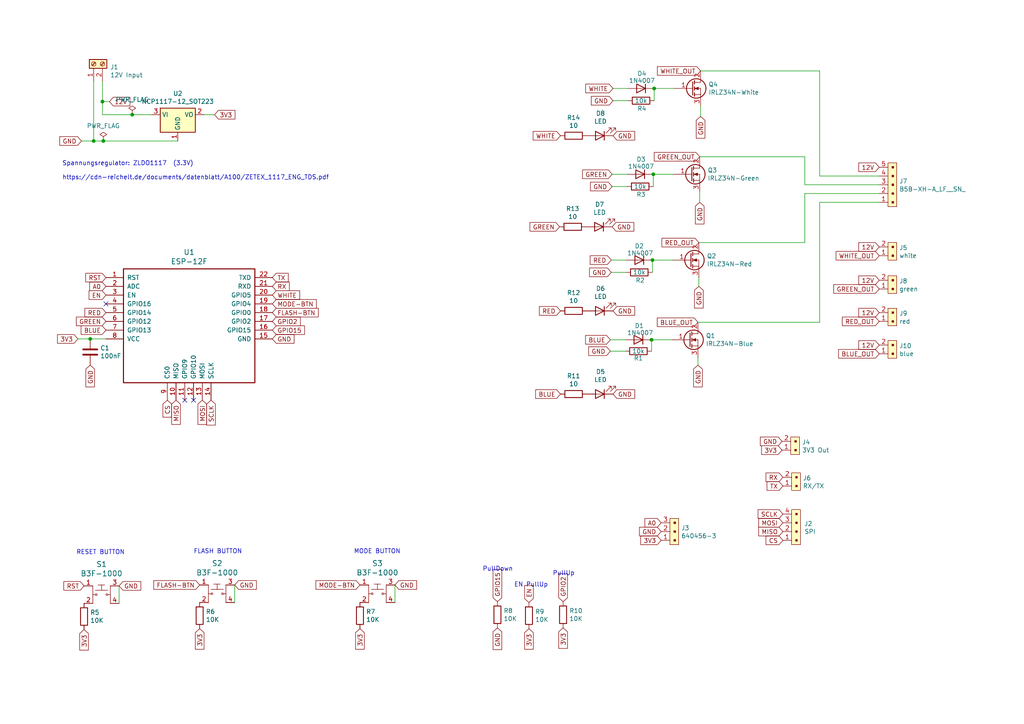
<source format=kicad_sch>
(kicad_sch (version 20230121) (generator eeschema)
  (paper "A4")
  (title_block (title "12V RGB Stripe Controller") (date "2020-11-20") (rev "1.0") (company "Scheidler IT Solutions") (comment 1 "SmartHomeYourself.de"))
  (lib_symbols
    (symbol "12v_stripe_controller_mini-rescue:0022232041-dk_Rectangular-Connectors-Headers-Male-Pins" (pin_names (offset 1.016))
      (property "Reference" "J" (at -2.54 1.27 0))
      (property "Value" "dk_Rectangular-Connectors-Headers-Male-Pins_0022232041" (at 3.81 -3.81 0))
      (symbol "0022232041-dk_Rectangular-Connectors-Headers-Male-Pins_1_1"
        (rectangle (start -1.27 0) (end 8.89 -2.54) (fill (type background)))
        (rectangle (start -0.254 -1.143) (end 0.254 -1.651) (fill (type outline)))
        (rectangle (start 2.286 -1.143) (end 2.794 -1.651) (fill (type outline)))
        (rectangle (start 4.826 -1.143) (end 5.334 -1.651) (fill (type outline)))
        (rectangle (start 7.366 -1.143) (end 7.874 -1.651) (fill (type outline)))
        (pin passive line (at 0 2.54 270) (length 2.54) (name "~") (number "1"))
        (pin passive line (at 2.54 2.54 270) (length 2.54) (name "~") (number "2"))
        (pin passive line (at 5.08 2.54 270) (length 2.54) (name "~") (number "3"))
        (pin passive line (at 7.62 2.54 270) (length 2.54) (name "~") (number "4"))
      )
    )
    (symbol "12v_stripe_controller_mini-rescue:22-23-2021-dk_Rectangular-Connectors-Headers-Male-Pins" (pin_names (offset 1.016))
      (property "Reference" "J" (at -2.54 1.27 0))
      (property "Value" "dk_Rectangular-Connectors-Headers-Male-Pins_22-23-2021" (at 1.27 -3.81 0))
      (symbol "22-23-2021-dk_Rectangular-Connectors-Headers-Male-Pins_1_1"
        (rectangle (start -1.27 0) (end 3.81 -2.54) (fill (type background)))
        (rectangle (start -0.254 -1.143) (end 0.254 -1.651) (fill (type outline)))
        (rectangle (start 2.286 -1.143) (end 2.794 -1.651) (fill (type outline)))
        (pin passive line (at 0 2.54 270) (length 2.54) (name "~") (number "1"))
        (pin passive line (at 2.54 2.54 270) (length 2.54) (name "~") (number "2"))
      )
    )
    (symbol "12v_stripe_controller_mini-rescue:640456-3-dk_Rectangular-Connectors-Headers-Male-Pins" (pin_names (offset 1.016))
      (property "Reference" "J" (at -2.54 1.27 0))
      (property "Value" "dk_Rectangular-Connectors-Headers-Male-Pins_640456-3" (at 2.54 -3.81 0))
      (symbol "640456-3-dk_Rectangular-Connectors-Headers-Male-Pins_1_1"
        (rectangle (start -1.27 0) (end 6.35 -2.54) (fill (type background)))
        (rectangle (start -0.254 -1.143) (end 0.254 -1.651) (fill (type outline)))
        (rectangle (start 2.286 -1.143) (end 2.794 -1.651) (fill (type outline)))
        (rectangle (start 4.826 -1.143) (end 5.334 -1.651) (fill (type outline)))
        (pin passive line (at 0 2.54 270) (length 2.54) (name "~") (number "1"))
        (pin passive line (at 2.54 2.54 270) (length 2.54) (name "~") (number "2"))
        (pin passive line (at 5.08 2.54 270) (length 2.54) (name "~") (number "3"))
      )
    )
    (symbol "12v_stripe_controller_mini-rescue:B3F-1000-dk_Tactile-Switches" (pin_names (offset 1.016))
      (property "Reference" "S" (at 0 5.08 0))
      (property "Value" "dk_Tactile-Switches_B3F-1000" (at 0 -5.08 0))
      (symbol "B3F-1000-dk_Tactile-Switches_0_1"
        (circle (center -1.524 0) (radius 0.254))
        (polyline (pts (xy -2.54 2.54) (xy -2.54 -2.54)))
        (polyline (pts (xy -1.778 0) (xy -2.54 0)))
        (polyline (pts (xy -1.778 1.27) (xy 1.778 1.27)))
        (polyline (pts (xy 2.54 -2.54) (xy 2.54 2.54)))
        (polyline (pts (xy 2.54 0) (xy 1.778 0)))
        (circle (center 1.524 0) (radius 0.254))
      )
      (symbol "B3F-1000-dk_Tactile-Switches_1_1"
        (polyline (pts (xy -1.016 2.794) (xy 0.889 2.794)))
        (polyline (pts (xy 0 2.794) (xy 0 1.27)))
        (pin passive line (at -5.08 2.54 0) (length 2.54) (name "~") (number "1"))
        (pin passive line (at -5.08 -2.54 0) (length 2.54) (name "~") (number "2"))
        (pin passive line (at 5.08 2.54 180) (length 2.54) (name "~") (number "3"))
        (pin passive line (at 5.08 -2.54 180) (length 2.54) (name "~") (number "4"))
      )
    )
    (symbol "12v_stripe_controller_mini-rescue:B5B-XH-A_LF__SN_-dk_Rectangular-Connectors-Headers-Male-Pins" (pin_names (offset 1.016))
      (property "Reference" "J" (at -2.54 -1.27 0))
      (property "Value" "dk_Rectangular-Connectors-Headers-Male-Pins_B5B-XH-A_LF__SN_" (at 5.08 -3.81 0))
      (symbol "B5B-XH-A_LF__SN_-dk_Rectangular-Connectors-Headers-Male-Pins_1_1"
        (rectangle (start -1.27 0) (end 11.43 -2.54) (fill (type background)))
        (rectangle (start -0.254 -1.143) (end 0.254 -1.651) (fill (type outline)))
        (rectangle (start 2.286 -1.143) (end 2.794 -1.651) (fill (type outline)))
        (rectangle (start 4.826 -1.143) (end 5.334 -1.651) (fill (type outline)))
        (rectangle (start 7.366 -1.143) (end 7.874 -1.651) (fill (type outline)))
        (rectangle (start 9.906 -1.143) (end 10.414 -1.651) (fill (type outline)))
        (pin passive line (at 0 2.54 270) (length 2.54) (name "~") (number "1"))
        (pin passive line (at 2.54 2.54 270) (length 2.54) (name "~") (number "2"))
        (pin passive line (at 5.08 2.54 270) (length 2.54) (name "~") (number "3"))
        (pin passive line (at 7.62 2.54 270) (length 2.54) (name "~") (number "4"))
        (pin passive line (at 10.16 2.54 270) (length 2.54) (name "~") (number "5"))
      )
    )
    (symbol "12v_stripe_controller_mini-rescue:ESP-12F-esp" (pin_names (offset 1.016))
      (property "Reference" "U" (at 5.08 6.35 0))
      (property "Value" "esp_ESP-12F" (at 5.08 3.81 0))
      (symbol "ESP-12F-esp_1_1"
        (rectangle (start 5.08 2.54) (end 43.18 -30.48) (stroke (width 0.3048)))
        (pin input line (at 0 0 0) (length 5.08) (name "RST") (number "1"))
        (pin bidirectional line (at 20.32 -35.56 90) (length 5.08) (name "MISO") (number "10"))
        (pin bidirectional line (at 22.86 -35.56 90) (length 5.08) (name "GPIO9") (number "11"))
        (pin bidirectional line (at 25.4 -35.56 90) (length 5.08) (name "GPIO10") (number "12"))
        (pin bidirectional line (at 27.94 -35.56 90) (length 5.08) (name "MOSI") (number "13"))
        (pin bidirectional line (at 30.48 -35.56 90) (length 5.08) (name "SCLK") (number "14"))
        (pin power_in line (at 48.26 -17.78 180) (length 5.08) (name "GND") (number "15"))
        (pin bidirectional line (at 48.26 -15.24 180) (length 5.08) (name "GPIO15") (number "16"))
        (pin bidirectional line (at 48.26 -12.7 180) (length 5.08) (name "GPIO2") (number "17"))
        (pin bidirectional line (at 48.26 -10.16 180) (length 5.08) (name "GPIO0") (number "18"))
        (pin bidirectional line (at 48.26 -7.62 180) (length 5.08) (name "GPIO4") (number "19"))
        (pin passive line (at 0 -2.54 0) (length 5.08) (name "ADC") (number "2"))
        (pin bidirectional line (at 48.26 -5.08 180) (length 5.08) (name "GPIO5") (number "20"))
        (pin input line (at 48.26 -2.54 180) (length 5.08) (name "RXD") (number "21"))
        (pin output line (at 48.26 0 180) (length 5.08) (name "TXD") (number "22"))
        (pin input line (at 0 -5.08 0) (length 5.08) (name "EN") (number "3"))
        (pin bidirectional line (at 0 -7.62 0) (length 5.08) (name "GPIO16") (number "4"))
        (pin bidirectional line (at 0 -10.16 0) (length 5.08) (name "GPIO14") (number "5"))
        (pin bidirectional line (at 0 -12.7 0) (length 5.08) (name "GPIO12") (number "6"))
        (pin bidirectional line (at 0 -15.24 0) (length 5.08) (name "GPIO13") (number "7"))
        (pin power_in line (at 0 -17.78 0) (length 5.08) (name "VCC") (number "8"))
        (pin bidirectional line (at 17.78 -35.56 90) (length 5.08) (name "CS0") (number "9"))
      )
    )
    (symbol "12v_stripe_controller_mini-rescue:MOSFET_N_CH-hc-und-co" (pin_names (offset 0) hide)
      (property "Reference" "Q" (at 7.62 1.27 0))
      (property "Value" "hc-und-co_MOSFET_N_CH" (at 17.78 -1.27 0))
      (symbol "MOSFET_N_CH-hc-und-co_0_1"
        (polyline (pts (xy 0.762 -1.778) (xy 2.54 -1.778)))
        (polyline (pts (xy 0.762 -1.27) (xy 0.762 -2.286)) (stroke (width 0.254)))
        (polyline (pts (xy 0.762 0) (xy 2.54 0)))
        (polyline (pts (xy 0.762 0.508) (xy 0.762 -0.508)) (stroke (width 0.254)))
        (polyline (pts (xy 0.762 1.778) (xy 2.54 1.778)))
        (polyline (pts (xy 0.762 2.286) (xy 0.762 1.27)) (stroke (width 0.254)))
        (polyline (pts (xy 2.54 -1.778) (xy 2.54 -2.54)))
        (polyline (pts (xy 2.54 -1.778) (xy 2.54 0)))
        (polyline (pts (xy 2.54 2.54) (xy 2.54 1.778)))
        (polyline (pts (xy 0.254 1.905) (xy 0.254 -1.905) (xy 0.254 -1.905)) (stroke (width 0.254)))
        (polyline (pts (xy 0.889 0) (xy 1.905 0.381) (xy 1.905 -0.381) (xy 0.889 0)) (fill (type outline)))
        (circle (center 1.27 0) (radius 2.8194) (stroke (width 0.254)))
      )
      (symbol "MOSFET_N_CH-hc-und-co_1_1"
        (pin input line (at -5.08 0 0) (length 5.334) (name "G") (number "1"))
        (pin passive line (at 2.54 5.08 270) (length 2.54) (name "D") (number "2"))
        (pin passive line (at 2.54 -5.08 90) (length 2.54) (name "S") (number "3"))
      )
    )
    (symbol "Connector:Screw_Terminal_01x02" (pin_names (offset 1.016) hide)
      (property "Reference" "J" (at 0 2.54 0))
      (property "Value" "Screw_Terminal_01x02" (at 0 -5.08 0))
      (symbol "Screw_Terminal_01x02_1_1"
        (rectangle (start -1.27 1.27) (end 1.27 -3.81) (stroke (width 0.254)) (fill (type background)))
        (circle (center 0 -2.54) (radius 0.635) (stroke (width 0.1524)))
        (polyline (pts (xy -0.5334 -2.2098) (xy 0.3302 -3.048)) (stroke (width 0.1524)))
        (polyline (pts (xy -0.5334 0.3302) (xy 0.3302 -0.508)) (stroke (width 0.1524)))
        (polyline (pts (xy -0.3556 -2.032) (xy 0.508 -2.8702)) (stroke (width 0.1524)))
        (polyline (pts (xy -0.3556 0.508) (xy 0.508 -0.3302)) (stroke (width 0.1524)))
        (circle (center 0 0) (radius 0.635) (stroke (width 0.1524)))
        (pin passive line (at -5.08 0 0) (length 3.81) (name "Pin_1") (number "1"))
        (pin passive line (at -5.08 -2.54 0) (length 3.81) (name "Pin_2") (number "2"))
      )
    )
    (symbol "Device:C" (pin_numbers hide) (pin_names (offset 0.254))
      (property "Reference" "C" (at 0.635 2.54 0))
      (property "Value" "C" (at 0.635 -2.54 0))
      (symbol "C_0_1"
        (polyline (pts (xy -2.032 -0.762) (xy 2.032 -0.762)) (stroke (width 0.508)))
        (polyline (pts (xy -2.032 0.762) (xy 2.032 0.762)) (stroke (width 0.508)))
      )
      (symbol "C_1_1"
        (pin passive line (at 0 3.81 270) (length 2.794) (name "~") (number "1"))
        (pin passive line (at 0 -3.81 90) (length 2.794) (name "~") (number "2"))
      )
    )
    (symbol "Device:D" (pin_numbers hide) (pin_names (offset 1.016) hide)
      (property "Reference" "D" (at 0 2.54 0))
      (property "Value" "D" (at 0 -2.54 0))
      (symbol "D_0_1"
        (polyline (pts (xy -1.27 1.27) (xy -1.27 -1.27)) (stroke (width 0.254)))
        (polyline (pts (xy 1.27 0) (xy -1.27 0)))
        (polyline (pts (xy 1.27 1.27) (xy 1.27 -1.27) (xy -1.27 0) (xy 1.27 1.27)) (stroke (width 0.254)))
      )
      (symbol "D_1_1"
        (pin passive line (at -3.81 0 0) (length 2.54) (name "K") (number "1"))
        (pin passive line (at 3.81 0 180) (length 2.54) (name "A") (number "2"))
      )
    )
    (symbol "Device:LED" (pin_numbers hide) (pin_names (offset 1.016) hide)
      (property "Reference" "D" (at 0 2.54 0))
      (property "Value" "LED" (at 0 -2.54 0))
      (symbol "LED_0_1"
        (polyline (pts (xy -1.27 -1.27) (xy -1.27 1.27)) (stroke (width 0.254)))
        (polyline (pts (xy -1.27 0) (xy 1.27 0)))
        (polyline (pts (xy 1.27 -1.27) (xy 1.27 1.27) (xy -1.27 0) (xy 1.27 -1.27)) (stroke (width 0.254)))
        (polyline (pts (xy -3.048 -0.762) (xy -4.572 -2.286) (xy -3.81 -2.286) (xy -4.572 -2.286) (xy -4.572 -1.524)))
        (polyline (pts (xy -1.778 -0.762) (xy -3.302 -2.286) (xy -2.54 -2.286) (xy -3.302 -2.286) (xy -3.302 -1.524)))
      )
      (symbol "LED_1_1"
        (pin passive line (at -3.81 0 0) (length 2.54) (name "K") (number "1"))
        (pin passive line (at 3.81 0 180) (length 2.54) (name "A") (number "2"))
      )
    )
    (symbol "Device:R" (pin_numbers hide) (pin_names (offset 0))
      (property "Reference" "R" (at 2.032 0 90))
      (property "Value" "R" (at 0 0 90))
      (symbol "R_0_1"
        (rectangle (start -1.016 -2.54) (end 1.016 2.54) (stroke (width 0.254)))
      )
      (symbol "R_1_1"
        (pin passive line (at 0 3.81 270) (length 1.27) (name "~") (number "1"))
        (pin passive line (at 0 -3.81 90) (length 1.27) (name "~") (number "2"))
      )
    )
    (symbol "Regulator_Linear:NCP1117-12_SOT223"
      (property "Reference" "U" (at -3.81 3.175 0))
      (property "Value" "NCP1117-12_SOT223" (at 0 3.175 0))
      (symbol "NCP1117-12_SOT223_0_1"
        (rectangle (start -5.08 -5.08) (end 5.08 1.905) (stroke (width 0.254)) (fill (type background)))
      )
      (symbol "NCP1117-12_SOT223_1_1"
        (pin power_in line (at 0 -7.62 90) (length 2.54) (name "GND") (number "1"))
        (pin power_out line (at 7.62 0 180) (length 2.54) (name "VO") (number "2"))
        (pin power_in line (at -7.62 0 0) (length 2.54) (name "VI") (number "3"))
      )
    )
    (symbol "power:PWR_FLAG" (power) (pin_numbers hide) (pin_names (offset 0) hide)
      (property "Value" "PWR_FLAG" (at 0 3.81 0))
      (symbol "PWR_FLAG_0_0"
        (pin power_out line (at 0 0 90) (length 0) (name "pwr") (number "1"))
      )
      (symbol "PWR_FLAG_0_1"
        (polyline (pts (xy 0 0) (xy 0 1.27) (xy -1.016 1.905) (xy 0 2.54) (xy 1.016 1.905) (xy 0 1.27)))
      )
    )
  )
  (junction (at 26.162 98.298))
  (junction (at 38.354 33.274))
  (junction (at 189.23 75.438))
  (junction (at 29.718 29.464))
  (junction (at 29.972 40.894))
  (junction (at 27.178 40.894))
  (junction (at 189.484 50.546))
  (junction (at 189.738 25.654))
  (junction (at 188.976 98.552))
  (no_connect (at 30.734 88.138))
  (no_connect (at 53.594 116.078))
  (no_connect (at 56.134 116.078))
  (wire (pts (xy 29.718 23.622) (xy 29.718 29.464)))
  (wire (pts (xy 233.426 56.134) (xy 255.016 56.134)))
  (wire (pts (xy 188.976 101.854) (xy 188.976 98.552)))
  (wire (pts (xy 233.426 53.594) (xy 233.426 45.466)))
  (wire (pts (xy 34.544 169.926) (xy 34.544 175.006)))
  (wire (pts (xy 202.692 70.358) (xy 233.426 70.358)))
  (wire (pts (xy 189.23 78.994) (xy 189.23 75.438)))
  (wire (pts (xy 38.354 33.274) (xy 43.942 33.274)))
  (wire (pts (xy 181.61 78.994) (xy 177.292 78.994)))
  (wire (pts (xy 202.692 80.518) (xy 202.692 83.058)))
  (wire (pts (xy 177.8 25.654) (xy 182.118 25.654)))
  (wire (pts (xy 233.426 70.358) (xy 233.426 56.134)))
  (wire (pts (xy 29.972 40.894) (xy 51.562 40.894)))
  (wire (pts (xy 189.738 29.21) (xy 189.738 25.654)))
  (wire (pts (xy 177.292 75.438) (xy 181.61 75.438)))
  (wire (pts (xy 237.744 93.472) (xy 202.438 93.472)))
  (wire (pts (xy 68.072 169.672) (xy 68.072 174.752)))
  (wire (pts (xy 202.438 103.632) (xy 202.438 105.918)))
  (wire (pts (xy 29.718 33.274) (xy 38.354 33.274)))
  (wire (pts (xy 23.622 40.894) (xy 27.178 40.894)))
  (wire (pts (xy 177.038 98.552) (xy 181.356 98.552)))
  (wire (pts (xy 203.2 30.734) (xy 203.2 33.782)))
  (wire (pts (xy 177.546 50.546) (xy 181.864 50.546)))
  (wire (pts (xy 22.606 98.298) (xy 26.162 98.298)))
  (wire (pts (xy 29.718 29.464) (xy 29.718 33.274)))
  (wire (pts (xy 114.554 169.672) (xy 114.554 174.752)))
  (wire (pts (xy 188.976 98.552) (xy 194.818 98.552)))
  (wire (pts (xy 237.744 51.054) (xy 255.016 51.054)))
  (wire (pts (xy 237.744 20.574) (xy 237.744 51.054)))
  (wire (pts (xy 59.182 33.274) (xy 62.23 33.274)))
  (wire (pts (xy 237.744 58.674) (xy 237.744 93.472)))
  (wire (pts (xy 189.23 75.438) (xy 195.072 75.438)))
  (wire (pts (xy 177.546 54.102) (xy 181.864 54.102)))
  (wire (pts (xy 203.2 20.574) (xy 237.744 20.574)))
  (wire (pts (xy 233.426 45.466) (xy 202.946 45.466)))
  (wire (pts (xy 189.738 25.654) (xy 195.58 25.654)))
  (wire (pts (xy 202.946 55.626) (xy 202.946 58.674)))
  (wire (pts (xy 189.484 50.546) (xy 195.326 50.546)))
  (wire (pts (xy 177.8 29.21) (xy 182.118 29.21)))
  (wire (pts (xy 30.734 98.298) (xy 26.162 98.298)))
  (wire (pts (xy 181.356 101.854) (xy 177.038 101.854)))
  (wire (pts (xy 27.178 23.622) (xy 27.178 40.894)))
  (wire (pts (xy 189.484 54.102) (xy 189.484 50.546)))
  (wire (pts (xy 255.016 58.674) (xy 237.744 58.674)))
  (wire (pts (xy 27.178 40.894) (xy 29.972 40.894)))
  (wire (pts (xy 255.016 53.594) (xy 233.426 53.594)))
  (wire (pts (xy 31.75 29.464) (xy 29.718 29.464)))
  (text "EN PullUp" (at 149.098 170.434 0) (effects (font (size 1.27 1.27)) (justify left bottom)))
  (text "PullDown" (at 139.954 165.862 0) (effects (font (size 1.27 1.27)) (justify left bottom)))
  (text "RESET BUTTON" (at 22.098 161.036 0) (effects (font (size 1.27 1.27)) (justify left bottom)))
  (text "Spannungsregulator: ZLDO1117  (3.3V)\n\nhttps://cdn-reichelt.de/documents/datenblatt/A100/ZETEX_1117_ENG_TDS.pdf" (at 18.034 52.324 0) (effects (font (size 1.27 1.27)) (justify left bottom)))
  (text "MODE BUTTON" (at 102.616 160.782 0) (effects (font (size 1.27 1.27)) (justify left bottom)))
  (text "FLASH BUTTON" (at 56.134 160.782 0) (effects (font (size 1.27 1.27)) (justify left bottom)))
  (text "PullUp" (at 160.274 167.132 0) (effects (font (size 1.27 1.27)) (justify left bottom)))
  (global_label "BLUE" (shape input) (at 162.56 114.3 180) (property "Intersheetrefs" "${INTERSHEET_REFS}" (effects hide)))
  (global_label "RX" (shape input) (at 78.994 83.058 0) (property "Intersheetrefs" "${INTERSHEET_REFS}" (effects hide)))
  (global_label "3V3" (shape input) (at 191.77 156.718 180) (property "Intersheetrefs" "${INTERSHEET_REFS}" (effects hide)))
  (global_label "GND" (shape input) (at 202.438 105.918 270) (property "Intersheetrefs" "${INTERSHEET_REFS}" (effects hide)))
  (global_label "GND" (shape input) (at 23.622 40.894 180) (property "Intersheetrefs" "${INTERSHEET_REFS}" (effects hide)))
  (global_label "SCLK" (shape input) (at 61.214 116.078 270) (property "Intersheetrefs" "${INTERSHEET_REFS}" (effects hide)))
  (global_label "GND" (shape input) (at 191.77 154.178 180) (property "Intersheetrefs" "${INTERSHEET_REFS}" (effects hide)))
  (global_label "BLUE_OUT" (shape input) (at 202.438 93.472 180) (property "Intersheetrefs" "${INTERSHEET_REFS}" (effects hide)))
  (global_label "TX" (shape input) (at 78.994 80.518 0) (property "Intersheetrefs" "${INTERSHEET_REFS}" (effects hide)))
  (global_label "TX" (shape input) (at 227.076 140.97 180) (property "Intersheetrefs" "${INTERSHEET_REFS}" (effects hide)))
  (global_label "MISO" (shape input) (at 51.054 116.078 270) (property "Intersheetrefs" "${INTERSHEET_REFS}" (effects hide)))
  (global_label "3V3" (shape input) (at 226.822 130.556 180) (property "Intersheetrefs" "${INTERSHEET_REFS}" (effects hide)))
  (global_label "MODE-BTN" (shape input) (at 104.394 169.672 180) (property "Intersheetrefs" "${INTERSHEET_REFS}" (effects hide)))
  (global_label "RST" (shape input) (at 24.384 169.926 180) (property "Intersheetrefs" "${INTERSHEET_REFS}" (effects hide)))
  (global_label "A0" (shape input) (at 30.734 83.058 180) (property "Intersheetrefs" "${INTERSHEET_REFS}" (effects hide)))
  (global_label "3V3" (shape input) (at 104.394 182.372 270) (property "Intersheetrefs" "${INTERSHEET_REFS}" (effects hide)))
  (global_label "GND" (shape input) (at 144.272 182.118 270) (property "Intersheetrefs" "${INTERSHEET_REFS}" (effects hide)))
  (global_label "12V" (shape input) (at 31.75 29.464 0) (property "Intersheetrefs" "${INTERSHEET_REFS}" (effects hide)))
  (global_label "RED" (shape input) (at 177.292 75.438 180) (property "Intersheetrefs" "${INTERSHEET_REFS}" (effects hide)))
  (global_label "GND" (shape input) (at 203.2 33.782 270) (property "Intersheetrefs" "${INTERSHEET_REFS}" (effects hide)))
  (global_label "FLASH-BTN" (shape input) (at 78.994 90.678 0) (property "Intersheetrefs" "${INTERSHEET_REFS}" (effects hide)))
  (global_label "GPIO15" (shape input) (at 144.272 174.498 90) (property "Intersheetrefs" "${INTERSHEET_REFS}" (effects hide)))
  (global_label "GND" (shape input) (at 177.546 65.786 0) (property "Intersheetrefs" "${INTERSHEET_REFS}" (effects hide)))
  (global_label "WHITE" (shape input) (at 177.8 25.654 180) (property "Intersheetrefs" "${INTERSHEET_REFS}" (effects hide)))
  (global_label "GND" (shape input) (at 78.994 98.298 0) (property "Intersheetrefs" "${INTERSHEET_REFS}" (effects hide)))
  (global_label "GND" (shape input) (at 114.554 169.672 0) (property "Intersheetrefs" "${INTERSHEET_REFS}" (effects hide)))
  (global_label "MOSI" (shape input) (at 58.674 116.078 270) (property "Intersheetrefs" "${INTERSHEET_REFS}" (effects hide)))
  (global_label "RST" (shape input) (at 30.734 80.518 180) (property "Intersheetrefs" "${INTERSHEET_REFS}" (effects hide)))
  (global_label "WHITE" (shape input) (at 78.994 85.598 0) (property "Intersheetrefs" "${INTERSHEET_REFS}" (effects hide)))
  (global_label "GND" (shape input) (at 177.8 90.17 0) (property "Intersheetrefs" "${INTERSHEET_REFS}" (effects hide)))
  (global_label "GND" (shape input) (at 177.292 78.994 180) (property "Intersheetrefs" "${INTERSHEET_REFS}" (effects hide)))
  (global_label "GND" (shape input) (at 202.946 58.674 270) (property "Intersheetrefs" "${INTERSHEET_REFS}" (effects hide)))
  (global_label "12V" (shape input) (at 255.016 71.628 180) (property "Intersheetrefs" "${INTERSHEET_REFS}" (effects hide)))
  (global_label "GND" (shape input) (at 177.8 29.21 180) (property "Intersheetrefs" "${INTERSHEET_REFS}" (effects hide)))
  (global_label "MISO" (shape input) (at 227.076 154.178 180) (property "Intersheetrefs" "${INTERSHEET_REFS}" (effects hide)))
  (global_label "GREEN_OUT" (shape input) (at 202.946 45.466 180) (property "Intersheetrefs" "${INTERSHEET_REFS}" (effects hide)))
  (global_label "12V" (shape input) (at 255.016 90.678 180) (property "Intersheetrefs" "${INTERSHEET_REFS}" (effects hide)))
  (global_label "GREEN_OUT" (shape input) (at 255.016 83.82 180) (property "Intersheetrefs" "${INTERSHEET_REFS}" (effects hide)))
  (global_label "BLUE" (shape input) (at 177.038 98.552 180) (property "Intersheetrefs" "${INTERSHEET_REFS}" (effects hide)))
  (global_label "MOSI" (shape input) (at 227.076 151.638 180) (property "Intersheetrefs" "${INTERSHEET_REFS}" (effects hide)))
  (global_label "CS" (shape input) (at 48.514 116.078 270) (property "Intersheetrefs" "${INTERSHEET_REFS}" (effects hide)))
  (global_label "12V" (shape input) (at 255.016 100.076 180) (property "Intersheetrefs" "${INTERSHEET_REFS}" (effects hide)))
  (global_label "GND" (shape input) (at 68.072 169.672 0) (property "Intersheetrefs" "${INTERSHEET_REFS}" (effects hide)))
  (global_label "GREEN" (shape input) (at 30.734 93.218 180) (property "Intersheetrefs" "${INTERSHEET_REFS}" (effects hide)))
  (global_label "GND" (shape input) (at 177.038 101.854 180) (property "Intersheetrefs" "${INTERSHEET_REFS}" (effects hide)))
  (global_label "WHITE_OUT" (shape input) (at 255.016 74.168 180) (property "Intersheetrefs" "${INTERSHEET_REFS}" (effects hide)))
  (global_label "RX" (shape input) (at 227.076 138.43 180) (property "Intersheetrefs" "${INTERSHEET_REFS}" (effects hide)))
  (global_label "GND" (shape input) (at 177.8 114.3 0) (property "Intersheetrefs" "${INTERSHEET_REFS}" (effects hide)))
  (global_label "GPIO15" (shape input) (at 78.994 95.758 0) (property "Intersheetrefs" "${INTERSHEET_REFS}" (effects hide)))
  (global_label "RED_OUT" (shape input) (at 255.016 93.218 180) (property "Intersheetrefs" "${INTERSHEET_REFS}" (effects hide)))
  (global_label "12V" (shape input) (at 255.016 81.28 180) (property "Intersheetrefs" "${INTERSHEET_REFS}" (effects hide)))
  (global_label "GREEN" (shape input) (at 177.546 50.546 180) (property "Intersheetrefs" "${INTERSHEET_REFS}" (effects hide)))
  (global_label "GND" (shape input) (at 177.546 54.102 180) (property "Intersheetrefs" "${INTERSHEET_REFS}" (effects hide)))
  (global_label "3V3" (shape input) (at 62.23 33.274 0) (property "Intersheetrefs" "${INTERSHEET_REFS}" (effects hide)))
  (global_label "BLUE" (shape input) (at 30.734 95.758 180) (property "Intersheetrefs" "${INTERSHEET_REFS}" (effects hide)))
  (global_label "12V" (shape input) (at 255.016 48.514 180) (property "Intersheetrefs" "${INTERSHEET_REFS}" (effects hide)))
  (global_label "GND" (shape input) (at 26.162 105.918 270) (property "Intersheetrefs" "${INTERSHEET_REFS}" (effects hide)))
  (global_label "FLASH-BTN" (shape input) (at 57.912 169.672 180) (property "Intersheetrefs" "${INTERSHEET_REFS}" (effects hide)))
  (global_label "SCLK" (shape input) (at 227.076 149.098 180) (property "Intersheetrefs" "${INTERSHEET_REFS}" (effects hide)))
  (global_label "RED" (shape input) (at 30.734 90.678 180) (property "Intersheetrefs" "${INTERSHEET_REFS}" (effects hide)))
  (global_label "GPIO2" (shape input) (at 163.322 174.498 90) (property "Intersheetrefs" "${INTERSHEET_REFS}" (effects hide)))
  (global_label "BLUE_OUT" (shape input) (at 255.016 102.616 180) (property "Intersheetrefs" "${INTERSHEET_REFS}" (effects hide)))
  (global_label "3V3" (shape input) (at 57.912 182.372 270) (property "Intersheetrefs" "${INTERSHEET_REFS}" (effects hide)))
  (global_label "3V3" (shape input) (at 22.606 98.298 180) (property "Intersheetrefs" "${INTERSHEET_REFS}" (effects hide)))
  (global_label "GND" (shape input) (at 202.692 83.058 270) (property "Intersheetrefs" "${INTERSHEET_REFS}" (effects hide)))
  (global_label "3V3" (shape input) (at 153.416 182.372 270) (property "Intersheetrefs" "${INTERSHEET_REFS}" (effects hide)))
  (global_label "EN" (shape input) (at 153.416 174.752 90) (property "Intersheetrefs" "${INTERSHEET_REFS}" (effects hide)))
  (global_label "GND" (shape input) (at 177.8 39.37 0) (property "Intersheetrefs" "${INTERSHEET_REFS}" (effects hide)))
  (global_label "GND" (shape input) (at 34.544 169.926 0) (property "Intersheetrefs" "${INTERSHEET_REFS}" (effects hide)))
  (global_label "A0" (shape input) (at 191.77 151.638 180) (property "Intersheetrefs" "${INTERSHEET_REFS}" (effects hide)))
  (global_label "WHITE" (shape input) (at 162.56 39.37 180) (property "Intersheetrefs" "${INTERSHEET_REFS}" (effects hide)))
  (global_label "3V3" (shape input) (at 24.384 182.626 270) (property "Intersheetrefs" "${INTERSHEET_REFS}" (effects hide)))
  (global_label "EN" (shape input) (at 30.734 85.598 180) (property "Intersheetrefs" "${INTERSHEET_REFS}" (effects hide)))
  (global_label "GPIO2" (shape input) (at 78.994 93.218 0) (property "Intersheetrefs" "${INTERSHEET_REFS}" (effects hide)))
  (global_label "GND" (shape input) (at 226.822 128.016 180) (property "Intersheetrefs" "${INTERSHEET_REFS}" (effects hide)))
  (global_label "3V3" (shape input) (at 163.322 182.118 270) (property "Intersheetrefs" "${INTERSHEET_REFS}" (effects hide)))
  (global_label "WHITE_OUT" (shape input) (at 203.2 20.574 180) (property "Intersheetrefs" "${INTERSHEET_REFS}" (effects hide)))
  (global_label "RED_OUT" (shape input) (at 202.692 70.358 180) (property "Intersheetrefs" "${INTERSHEET_REFS}" (effects hide)))
  (global_label "MODE-BTN" (shape input) (at 78.994 88.138 0) (property "Intersheetrefs" "${INTERSHEET_REFS}" (effects hide)))
  (global_label "RED" (shape input) (at 162.56 90.17 180) (property "Intersheetrefs" "${INTERSHEET_REFS}" (effects hide)))
  (global_label "GREEN" (shape input) (at 162.306 65.786 180) (property "Intersheetrefs" "${INTERSHEET_REFS}" (effects hide)))
  (global_label "CS" (shape input) (at 227.076 156.718 180) (property "Intersheetrefs" "${INTERSHEET_REFS}" (effects hide)))
  (symbol (lib_id "12v_stripe_controller_mini-rescue:MOSFET_N_CH-hc-und-co") (at 199.898 98.552 0) (unit 1)
    (property "Reference" "Q1" (at 204.724 97.3836 0) (effects (justify left)))
    (property "Value" "IRLZ34N-Blue" (at 204.724 99.695 0) (effects (justify left)))
    (property "Footprint" "TO_SOT_Packages_THT:TO-220-3_Vertical" (effects hide))
  )
  (symbol (lib_id "Device:D") (at 185.166 98.552 180) (unit 1)
    (property "Reference" "D1" (at 185.42 94.488 0))
    (property "Value" "1N4007" (at 185.674 96.52 0))
    (property "Footprint" "Source_Footprints:DO-214AC" (effects hide))
  )
  (symbol (lib_id "Device:R") (at 185.166 101.854 270) (unit 1)
    (property "Reference" "R1" (at 185.166 103.886 90))
    (property "Value" "10k" (at 185.166 101.854 90))
    (property "Footprint" "Resistors_SMD:R_1206" (effects hide))
  )
  (symbol (lib_id "12v_stripe_controller_mini-rescue:MOSFET_N_CH-hc-und-co") (at 200.152 75.438 0) (unit 1)
    (property "Reference" "Q2" (at 205.0034 74.2696 0) (effects (justify left)))
    (property "Value" "IRLZ34N-Red" (at 205.0034 76.581 0) (effects (justify left)))
    (property "Footprint" "TO_SOT_Packages_THT:TO-220-3_Vertical" (effects hide))
  )
  (symbol (lib_id "12v_stripe_controller_mini-rescue:MOSFET_N_CH-hc-und-co") (at 200.406 50.546 0) (unit 1)
    (property "Reference" "Q3" (at 205.232 49.3776 0) (effects (justify left)))
    (property "Value" "IRLZ34N-Green" (at 205.232 51.689 0) (effects (justify left)))
    (property "Footprint" "TO_SOT_Packages_THT:TO-220-3_Vertical" (effects hide))
  )
  (symbol (lib_id "Device:R") (at 185.42 78.994 270) (unit 1)
    (property "Reference" "R2" (at 185.674 81.28 90))
    (property "Value" "10k" (at 185.42 78.994 90))
    (property "Footprint" "Resistors_SMD:R_1206" (effects hide))
  )
  (symbol (lib_id "Device:R") (at 185.674 54.102 270) (unit 1)
    (property "Reference" "R3" (at 185.928 56.388 90))
    (property "Value" "10k" (at 185.674 54.102 90))
    (property "Footprint" "Resistors_SMD:R_1206" (effects hide))
  )
  (symbol (lib_id "Device:D") (at 185.42 75.438 180) (unit 1)
    (property "Reference" "D2" (at 185.42 71.374 0))
    (property "Value" "1N4007" (at 185.674 73.406 0))
    (property "Footprint" "Source_Footprints:DO-214AC" (effects hide))
  )
  (symbol (lib_id "Device:D") (at 185.674 50.546 180) (unit 1)
    (property "Reference" "D3" (at 185.928 46.228 0))
    (property "Value" "1N4007" (at 185.928 48.26 0))
    (property "Footprint" "Source_Footprints:DO-214AC" (effects hide))
  )
  (symbol (lib_id "Connector:Screw_Terminal_01x02") (at 27.178 18.542 90) (unit 1)
    (property "Reference" "J1" (at 31.9532 19.4564 90) (effects (justify right)))
    (property "Value" "12V Input" (at 31.9532 21.7678 90) (effects (justify right)))
    (property "Footprint" "Connectors_Terminal_Blocks:TerminalBlock_bornier-2_P5.08mm" (effects hide))
  )
  (symbol (lib_id "12v_stripe_controller_mini-rescue:22-23-2021-dk_Rectangular-Connectors-Headers-Male-Pins") (at 229.362 130.556 90) (unit 1)
    (property "Reference" "J4" (at 232.6132 128.2446 90) (effects (justify right)))
    (property "Value" "3V3 Out" (at 232.6132 130.556 90) (effects (justify right)))
    (property "Footprint" "Pin_Headers:Pin_Header_Straight_1x02_Pitch2.54mm" (effects hide))
    (property "Datasheet" "https://media.digikey.com/pdf/Data%20Sheets/Molex%20PDFs/A-6373-N_Series_Dwg_2010-12-03.pdf" (effects hide))
    (property "Digi-Key_PN" "WM4200-ND" (effects hide))
    (property "MPN" "22-23-2021" (effects hide))
    (property "Category" "Connectors, Interconnects" (effects hide))
    (property "Family" "Rectangular Connectors - Headers, Male Pins" (effects hide))
    (property "DK_Datasheet_Link" "https://media.digikey.com/pdf/Data%20Sheets/Molex%20PDFs/A-6373-N_Series_Dwg_2010-12-03.pdf" (effects hide))
    (property "DK_Detail_Page" "/product-detail/en/molex/22-23-2021/WM4200-ND/26667" (effects hide))
    (property "Description" "CONN HEADER VERT 2POS 2.54MM" (effects hide))
    (property "Manufacturer" "Molex" (effects hide))
    (property "Status" "Active" (effects hide))
  )
  (symbol (lib_id "12v_stripe_controller_mini-rescue:22-23-2021-dk_Rectangular-Connectors-Headers-Male-Pins") (at 229.616 140.97 90) (unit 1)
    (property "Reference" "J6" (at 232.8672 138.6586 90) (effects (justify right)))
    (property "Value" "RX/TX" (at 232.8672 140.97 90) (effects (justify right)))
    (property "Footprint" "Pin_Headers:Pin_Header_Straight_1x02_Pitch2.54mm" (effects hide))
    (property "Datasheet" "https://media.digikey.com/pdf/Data%20Sheets/Molex%20PDFs/A-6373-N_Series_Dwg_2010-12-03.pdf" (effects hide))
    (property "Digi-Key_PN" "WM4200-ND" (effects hide))
    (property "MPN" "22-23-2021" (effects hide))
    (property "Category" "Connectors, Interconnects" (effects hide))
    (property "Family" "Rectangular Connectors - Headers, Male Pins" (effects hide))
    (property "DK_Datasheet_Link" "https://media.digikey.com/pdf/Data%20Sheets/Molex%20PDFs/A-6373-N_Series_Dwg_2010-12-03.pdf" (effects hide))
    (property "DK_Detail_Page" "/product-detail/en/molex/22-23-2021/WM4200-ND/26667" (effects hide))
    (property "Description" "CONN HEADER VERT 2POS 2.54MM" (effects hide))
    (property "Manufacturer" "Molex" (effects hide))
    (property "Status" "Active" (effects hide))
  )
  (symbol (lib_id "12v_stripe_controller_mini-rescue:0022232041-dk_Rectangular-Connectors-Headers-Male-Pins") (at 229.616 156.718 90) (unit 1)
    (property "Reference" "J2" (at 234.442 151.892 90))
    (property "Value" "SPI" (at 234.95 154.178 90))
    (property "Footprint" "Pin_Headers:Pin_Header_Straight_1x04_Pitch2.54mm" (effects hide))
    (property "Datasheet" "https://www.molex.com/pdm_docs/sd/022232041_sd.pdf" (effects hide))
    (property "Digi-Key_PN" "WM4202-ND" (effects hide))
    (property "MPN" "0022232041" (effects hide))
    (property "Category" "Connectors, Interconnects" (effects hide))
    (property "Family" "Rectangular Connectors - Headers, Male Pins" (effects hide))
    (property "DK_Datasheet_Link" "https://www.molex.com/pdm_docs/sd/022232041_sd.pdf" (effects hide))
    (property "DK_Detail_Page" "/product-detail/en/molex/0022232041/WM4202-ND/26671" (effects hide))
    (property "Description" "CONN HEADER VERT 4POS 2.54MM" (effects hide))
    (property "Manufacturer" "Molex" (effects hide))
    (property "Status" "Active" (effects hide))
  )
  (symbol (lib_id "12v_stripe_controller_mini-rescue:B5B-XH-A_LF__SN_-dk_Rectangular-Connectors-Headers-Male-Pins") (at 257.556 58.674 90) (unit 1)
    (property "Reference" "J7" (at 260.8072 52.5526 90) (effects (justify right)))
    (property "Value" "B5B-XH-A_LF__SN_" (at 260.8072 54.864 90) (effects (justify right)))
    (property "Footprint" "Pin_Headers:Pin_Header_Straight_1x05_Pitch2.54mm" (effects hide))
    (property "Datasheet" "http://www.jst-mfg.com/product/pdf/eng/eXH.pdf" (effects hide))
    (property "Digi-Key_PN" "455-2270-ND" (effects hide))
    (property "MPN" "B5B-XH-A(LF)(SN)" (effects hide))
    (property "Category" "Connectors, Interconnects" (effects hide))
    (property "Family" "Rectangular Connectors - Headers, Male Pins" (effects hide))
    (property "DK_Datasheet_Link" "http://www.jst-mfg.com/product/pdf/eng/eXH.pdf" (effects hide))
    (property "DK_Detail_Page" "/product-detail/en/jst-sales-america-inc/B5B-XH-A(LF)(SN)/455-2270-ND/1530483" (effects hide))
    (property "Description" "CONN HEADER VERT 5POS 2.5MM" (effects hide))
    (property "Manufacturer" "JST Sales America Inc." (effects hide))
    (property "Status" "Active" (effects hide))
  )
  (symbol (lib_id "Device:D") (at 185.928 25.654 180) (unit 1)
    (property "Reference" "D4" (at 186.182 21.336 0))
    (property "Value" "1N4007" (at 186.182 23.368 0))
    (property "Footprint" "Source_Footprints:DO-214AC" (effects hide))
  )
  (symbol (lib_id "Device:R") (at 185.928 29.21 270) (unit 1)
    (property "Reference" "R4" (at 186.182 31.496 90))
    (property "Value" "10k" (at 185.928 29.21 90))
    (property "Footprint" "Resistors_SMD:R_1206" (effects hide))
  )
  (symbol (lib_id "12v_stripe_controller_mini-rescue:MOSFET_N_CH-hc-und-co") (at 200.66 25.654 0) (unit 1)
    (property "Reference" "Q4" (at 205.486 24.4856 0) (effects (justify left)))
    (property "Value" "IRLZ34N-White" (at 205.486 26.797 0) (effects (justify left)))
    (property "Footprint" "TO_SOT_Packages_THT:TO-220-3_Vertical" (effects hide))
  )
  (symbol (lib_id "power:PWR_FLAG") (at 29.972 40.894 0) (unit 1)
    (property "Reference" "#FLG0101" (effects hide))
    (property "Value" "PWR_FLAG" (at 29.972 36.4998 0))
  )
  (symbol (lib_id "power:PWR_FLAG") (at 38.354 33.274 0) (unit 1)
    (property "Reference" "#FLG0102" (effects hide))
    (property "Value" "PWR_FLAG" (at 38.354 28.8798 0))
  )
  (symbol (lib_id "Regulator_Linear:NCP1117-12_SOT223") (at 51.562 33.274 0) (unit 1)
    (property "Reference" "U2" (at 51.562 27.1272 0))
    (property "Value" "NCP1117-12_SOT223" (at 51.562 29.4386 0))
    (property "Footprint" "Source_Footprints:SOT-223" (effects hide))
    (property "Datasheet" "http://www.onsemi.com/pub_link/Collateral/NCP1117-D.PDF" (effects hide))
  )
  (symbol (lib_id "12v_stripe_controller_mini-rescue:ESP-12F-esp") (at 30.734 80.518 0) (unit 1)
    (property "Reference" "U1" (at 54.864 73.152 0) (effects (font (size 1.524 1.524))))
    (property "Value" "ESP-12F" (at 54.864 75.8444 0) (effects (font (size 1.524 1.524))))
    (property "Footprint" "ESP8266:ESP-12E" (effects hide))
    (property "Datasheet" "http://www.esp8266.com/wiki/doku.php?id=esp8266-module-family" (effects hide))
  )
  (symbol (lib_id "Device:C") (at 26.162 102.108 180) (unit 1)
    (property "Reference" "C1" (at 29.083 100.9396 0) (effects (justify right)))
    (property "Value" "100nF" (at 29.083 103.251 0) (effects (justify right)))
    (property "Footprint" "Capacitors_THT:CP_Radial_D4.0mm_P1.50mm" (effects hide))
  )
  (symbol (lib_id "12v_stripe_controller_mini-rescue:B3F-1000-dk_Tactile-Switches") (at 29.464 172.466 0) (unit 1)
    (property "Reference" "S1" (at 29.464 163.6522 0) (effects (font (size 1.524 1.524))))
    (property "Value" "B3F-1000" (at 29.464 166.3446 0) (effects (font (size 1.524 1.524))))
    (property "Footprint" "digikey-footprints:Switch_Tactile_THT_B3F-1xxx" (effects hide))
    (property "Datasheet" "https://omronfs.omron.com/en_US/ecb/products/pdf/en-b3f.pdf" (effects hide))
    (property "Digi-Key_PN" "SW400-ND" (effects hide))
    (property "MPN" "B3F-1000" (effects hide))
    (property "Category" "Switches" (effects hide))
    (property "Family" "Tactile Switches" (effects hide))
    (property "DK_Datasheet_Link" "https://omronfs.omron.com/en_US/ecb/products/pdf/en-b3f.pdf" (effects hide))
    (property "DK_Detail_Page" "/product-detail/en/omron-electronics-inc-emc-div/B3F-1000/SW400-ND/33150" (effects hide))
    (property "Description" "SWITCH TACTILE SPST-NO 0.05A 24V" (effects hide))
    (property "Manufacturer" "Omron Electronics Inc-EMC Div" (effects hide))
    (property "Status" "Active" (effects hide))
  )
  (symbol (lib_id "Device:R") (at 24.384 178.816 0) (unit 1)
    (property "Reference" "R5" (at 26.162 177.6476 0) (effects (justify left)))
    (property "Value" "10K" (at 26.162 179.959 0) (effects (justify left)))
    (property "Footprint" "Resistors_SMD:R_1206" (effects hide))
  )
  (symbol (lib_id "Device:R") (at 153.416 178.562 0) (unit 1)
    (property "Reference" "R9" (at 155.194 177.3936 0) (effects (justify left)))
    (property "Value" "10K" (at 155.194 179.705 0) (effects (justify left)))
    (property "Footprint" "Resistors_SMD:R_1206" (effects hide))
  )
  (symbol (lib_id "Device:R") (at 163.322 178.308 0) (unit 1)
    (property "Reference" "R10" (at 165.1 177.1396 0) (effects (justify left)))
    (property "Value" "10K" (at 165.1 179.451 0) (effects (justify left)))
    (property "Footprint" "Resistors_SMD:R_1206" (effects hide))
  )
  (symbol (lib_id "Device:R") (at 144.272 178.308 0) (unit 1)
    (property "Reference" "R8" (at 146.05 177.1396 0) (effects (justify left)))
    (property "Value" "10K" (at 146.05 179.451 0) (effects (justify left)))
    (property "Footprint" "Resistors_SMD:R_1206" (effects hide))
  )
  (symbol (lib_id "12v_stripe_controller_mini-rescue:B3F-1000-dk_Tactile-Switches") (at 62.992 172.212 0) (unit 1)
    (property "Reference" "S2" (at 62.992 163.3982 0) (effects (font (size 1.524 1.524))))
    (property "Value" "B3F-1000" (at 62.992 166.0906 0) (effects (font (size 1.524 1.524))))
    (property "Footprint" "digikey-footprints:Switch_Tactile_THT_B3F-1xxx" (effects hide))
    (property "Datasheet" "https://omronfs.omron.com/en_US/ecb/products/pdf/en-b3f.pdf" (effects hide))
    (property "Digi-Key_PN" "SW400-ND" (effects hide))
    (property "MPN" "B3F-1000" (effects hide))
    (property "Category" "Switches" (effects hide))
    (property "Family" "Tactile Switches" (effects hide))
    (property "DK_Datasheet_Link" "https://omronfs.omron.com/en_US/ecb/products/pdf/en-b3f.pdf" (effects hide))
    (property "DK_Detail_Page" "/product-detail/en/omron-electronics-inc-emc-div/B3F-1000/SW400-ND/33150" (effects hide))
    (property "Description" "SWITCH TACTILE SPST-NO 0.05A 24V" (effects hide))
    (property "Manufacturer" "Omron Electronics Inc-EMC Div" (effects hide))
    (property "Status" "Active" (effects hide))
  )
  (symbol (lib_id "Device:R") (at 57.912 178.562 0) (unit 1)
    (property "Reference" "R6" (at 59.69 177.3936 0) (effects (justify left)))
    (property "Value" "10K" (at 59.69 179.705 0) (effects (justify left)))
    (property "Footprint" "Resistors_SMD:R_1206" (effects hide))
  )
  (symbol (lib_id "Device:R") (at 166.37 39.37 270) (unit 1)
    (property "Reference" "R14" (at 166.37 34.1122 90))
    (property "Value" "10" (at 166.37 36.4236 90))
    (property "Footprint" "Resistors_SMD:R_1206" (effects hide))
  )
  (symbol (lib_id "Device:LED") (at 173.99 39.37 180) (unit 1)
    (property "Reference" "D8" (at 174.1678 32.893 0))
    (property "Value" "LED" (at 174.1678 35.2044 0))
    (property "Footprint" "LEDs:LED_0805" (effects hide))
  )
  (symbol (lib_id "Device:LED") (at 173.736 65.786 180) (unit 1)
    (property "Reference" "D7" (at 173.9138 59.309 0))
    (property "Value" "LED" (at 173.9138 61.6204 0))
    (property "Footprint" "LEDs:LED_0805" (effects hide))
  )
  (symbol (lib_id "Device:R") (at 166.116 65.786 270) (unit 1)
    (property "Reference" "R13" (at 166.116 60.5282 90))
    (property "Value" "10" (at 166.116 62.8396 90))
    (property "Footprint" "Resistors_SMD:R_1206" (effects hide))
  )
  (symbol (lib_id "Device:R") (at 166.37 90.17 270) (unit 1)
    (property "Reference" "R12" (at 166.37 84.9122 90))
    (property "Value" "10" (at 166.37 87.2236 90))
    (property "Footprint" "Resistors_SMD:R_1206" (effects hide))
  )
  (symbol (lib_id "Device:R") (at 166.37 114.3 270) (unit 1)
    (property "Reference" "R11" (at 166.37 109.0422 90))
    (property "Value" "10" (at 166.37 111.3536 90))
    (property "Footprint" "Resistors_SMD:R_1206" (effects hide))
  )
  (symbol (lib_id "Device:LED") (at 173.99 90.17 180) (unit 1)
    (property "Reference" "D6" (at 174.1678 83.693 0))
    (property "Value" "LED" (at 174.1678 86.0044 0))
    (property "Footprint" "LEDs:LED_0805" (effects hide))
  )
  (symbol (lib_id "Device:LED") (at 173.99 114.3 180) (unit 1)
    (property "Reference" "D5" (at 174.1678 107.823 0))
    (property "Value" "LED" (at 174.1678 110.1344 0))
    (property "Footprint" "LEDs:LED_0805" (effects hide))
  )
  (symbol (lib_id "12v_stripe_controller_mini-rescue:22-23-2021-dk_Rectangular-Connectors-Headers-Male-Pins") (at 257.556 74.168 90) (unit 1)
    (property "Reference" "J5" (at 260.8072 71.8566 90) (effects (justify right)))
    (property "Value" "white" (at 260.8072 74.168 90) (effects (justify right)))
    (property "Footprint" "Pin_Headers:Pin_Header_Straight_1x02_Pitch2.54mm" (effects hide))
    (property "Datasheet" "https://media.digikey.com/pdf/Data%20Sheets/Molex%20PDFs/A-6373-N_Series_Dwg_2010-12-03.pdf" (effects hide))
    (property "Digi-Key_PN" "WM4200-ND" (effects hide))
    (property "MPN" "22-23-2021" (effects hide))
    (property "Category" "Connectors, Interconnects" (effects hide))
    (property "Family" "Rectangular Connectors - Headers, Male Pins" (effects hide))
    (property "DK_Datasheet_Link" "https://media.digikey.com/pdf/Data%20Sheets/Molex%20PDFs/A-6373-N_Series_Dwg_2010-12-03.pdf" (effects hide))
    (property "DK_Detail_Page" "/product-detail/en/molex/22-23-2021/WM4200-ND/26667" (effects hide))
    (property "Description" "CONN HEADER VERT 2POS 2.54MM" (effects hide))
    (property "Manufacturer" "Molex" (effects hide))
    (property "Status" "Active" (effects hide))
  )
  (symbol (lib_id "12v_stripe_controller_mini-rescue:22-23-2021-dk_Rectangular-Connectors-Headers-Male-Pins") (at 257.556 83.82 90) (unit 1)
    (property "Reference" "J8" (at 260.8072 81.5086 90) (effects (justify right)))
    (property "Value" "green" (at 260.8072 83.82 90) (effects (justify right)))
    (property "Footprint" "Pin_Headers:Pin_Header_Straight_1x02_Pitch2.54mm" (effects hide))
    (property "Datasheet" "https://media.digikey.com/pdf/Data%20Sheets/Molex%20PDFs/A-6373-N_Series_Dwg_2010-12-03.pdf" (effects hide))
    (property "Digi-Key_PN" "WM4200-ND" (effects hide))
    (property "MPN" "22-23-2021" (effects hide))
    (property "Category" "Connectors, Interconnects" (effects hide))
    (property "Family" "Rectangular Connectors - Headers, Male Pins" (effects hide))
    (property "DK_Datasheet_Link" "https://media.digikey.com/pdf/Data%20Sheets/Molex%20PDFs/A-6373-N_Series_Dwg_2010-12-03.pdf" (effects hide))
    (property "DK_Detail_Page" "/product-detail/en/molex/22-23-2021/WM4200-ND/26667" (effects hide))
    (property "Description" "CONN HEADER VERT 2POS 2.54MM" (effects hide))
    (property "Manufacturer" "Molex" (effects hide))
    (property "Status" "Active" (effects hide))
  )
  (symbol (lib_id "12v_stripe_controller_mini-rescue:22-23-2021-dk_Rectangular-Connectors-Headers-Male-Pins") (at 257.556 93.218 90) (unit 1)
    (property "Reference" "J9" (at 260.8072 90.9066 90) (effects (justify right)))
    (property "Value" "red" (at 260.8072 93.218 90) (effects (justify right)))
    (property "Footprint" "Pin_Headers:Pin_Header_Straight_1x02_Pitch2.54mm" (effects hide))
    (property "Datasheet" "https://media.digikey.com/pdf/Data%20Sheets/Molex%20PDFs/A-6373-N_Series_Dwg_2010-12-03.pdf" (effects hide))
    (property "Digi-Key_PN" "WM4200-ND" (effects hide))
    (property "MPN" "22-23-2021" (effects hide))
    (property "Category" "Connectors, Interconnects" (effects hide))
    (property "Family" "Rectangular Connectors - Headers, Male Pins" (effects hide))
    (property "DK_Datasheet_Link" "https://media.digikey.com/pdf/Data%20Sheets/Molex%20PDFs/A-6373-N_Series_Dwg_2010-12-03.pdf" (effects hide))
    (property "DK_Detail_Page" "/product-detail/en/molex/22-23-2021/WM4200-ND/26667" (effects hide))
    (property "Description" "CONN HEADER VERT 2POS 2.54MM" (effects hide))
    (property "Manufacturer" "Molex" (effects hide))
    (property "Status" "Active" (effects hide))
  )
  (symbol (lib_id "12v_stripe_controller_mini-rescue:B3F-1000-dk_Tactile-Switches") (at 109.474 172.212 0) (unit 1)
    (property "Reference" "S3" (at 109.474 163.3982 0) (effects (font (size 1.524 1.524))))
    (property "Value" "B3F-1000" (at 109.474 166.0906 0) (effects (font (size 1.524 1.524))))
    (property "Footprint" "digikey-footprints:Switch_Tactile_THT_B3F-1xxx" (effects hide))
    (property "Datasheet" "https://omronfs.omron.com/en_US/ecb/products/pdf/en-b3f.pdf" (effects hide))
    (property "Digi-Key_PN" "SW400-ND" (effects hide))
    (property "MPN" "B3F-1000" (effects hide))
    (property "Category" "Switches" (effects hide))
    (property "Family" "Tactile Switches" (effects hide))
    (property "DK_Datasheet_Link" "https://omronfs.omron.com/en_US/ecb/products/pdf/en-b3f.pdf" (effects hide))
    (property "DK_Detail_Page" "/product-detail/en/omron-electronics-inc-emc-div/B3F-1000/SW400-ND/33150" (effects hide))
    (property "Description" "SWITCH TACTILE SPST-NO 0.05A 24V" (effects hide))
    (property "Manufacturer" "Omron Electronics Inc-EMC Div" (effects hide))
    (property "Status" "Active" (effects hide))
  )
  (symbol (lib_id "Device:R") (at 104.394 178.562 0) (unit 1)
    (property "Reference" "R7" (at 106.172 177.3936 0) (effects (justify left)))
    (property "Value" "10K" (at 106.172 179.705 0) (effects (justify left)))
    (property "Footprint" "Resistors_SMD:R_1206" (effects hide))
  )
  (symbol (lib_id "12v_stripe_controller_mini-rescue:22-23-2021-dk_Rectangular-Connectors-Headers-Male-Pins") (at 257.556 102.616 90) (unit 1)
    (property "Reference" "J10" (at 260.8072 100.3046 90) (effects (justify right)))
    (property "Value" "blue" (at 260.8072 102.616 90) (effects (justify right)))
    (property "Footprint" "Pin_Headers:Pin_Header_Straight_1x02_Pitch2.54mm" (effects hide))
    (property "Datasheet" "https://media.digikey.com/pdf/Data%20Sheets/Molex%20PDFs/A-6373-N_Series_Dwg_2010-12-03.pdf" (effects hide))
    (property "Digi-Key_PN" "WM4200-ND" (effects hide))
    (property "MPN" "22-23-2021" (effects hide))
    (property "Category" "Connectors, Interconnects" (effects hide))
    (property "Family" "Rectangular Connectors - Headers, Male Pins" (effects hide))
    (property "DK_Datasheet_Link" "https://media.digikey.com/pdf/Data%20Sheets/Molex%20PDFs/A-6373-N_Series_Dwg_2010-12-03.pdf" (effects hide))
    (property "DK_Detail_Page" "/product-detail/en/molex/22-23-2021/WM4200-ND/26667" (effects hide))
    (property "Description" "CONN HEADER VERT 2POS 2.54MM" (effects hide))
    (property "Manufacturer" "Molex" (effects hide))
    (property "Status" "Active" (effects hide))
  )
  (symbol (lib_id "12v_stripe_controller_mini-rescue:640456-3-dk_Rectangular-Connectors-Headers-Male-Pins") (at 194.31 156.718 90) (unit 1)
    (property "Reference" "J3" (at 197.5612 153.1366 90) (effects (justify right)))
    (property "Value" "640456-3" (at 197.5612 155.448 90) (effects (justify right)))
    (property "Footprint" "Pin_Headers:Pin_Header_Straight_1x03_Pitch2.54mm" (effects hide))
    (property "Datasheet" "https://www.te.com/commerce/DocumentDelivery/DDEController?Action=srchrtrv&DocNm=640456&DocType=Customer+Drawing&DocLang=English" (effects hide))
    (property "Digi-Key_PN" "A19470-ND" (effects hide))
    (property "MPN" "640456-3" (effects hide))
    (property "Category" "Connectors, Interconnects" (effects hide))
    (property "Family" "Rectangular Connectors - Headers, Male Pins" (effects hide))
    (property "DK_Datasheet_Link" "https://www.te.com/commerce/DocumentDelivery/DDEController?Action=srchrtrv&DocNm=640456&DocType=Customer+Drawing&DocLang=English" (effects hide))
    (property "DK_Detail_Page" "/product-detail/en/te-connectivity-amp-connectors/640456-3/A19470-ND/259010" (effects hide))
    (property "Description" "CONN HEADER VERT 3POS 2.54MM" (effects hide))
    (property "Manufacturer" "TE Connectivity AMP Connectors" (effects hide))
    (property "Status" "Active" (effects hide))
  )
)
</source>
